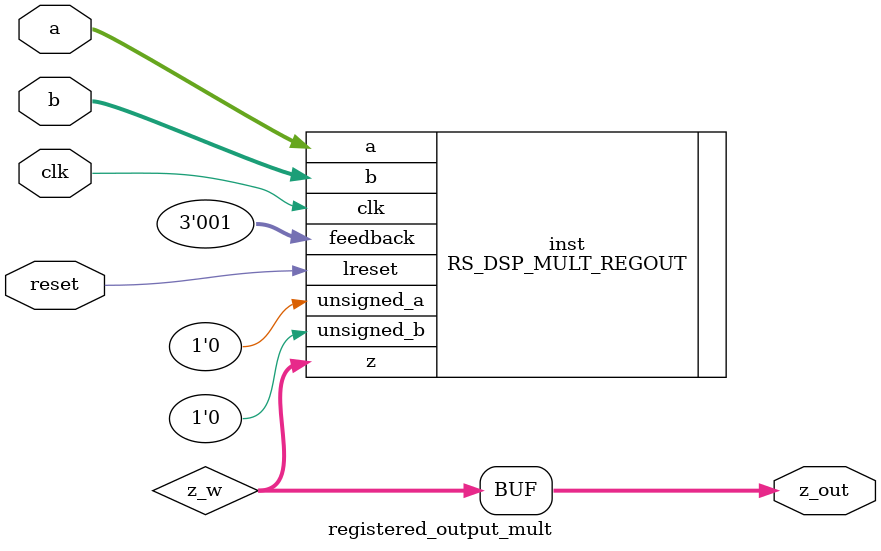
<source format=v>
module registered_output_mult (
    input wire clk, reset,
	input  wire [19:0] a,
    input  wire [17:0] b,
    output wire [37:0] z_out
    );

    parameter [79:0] MODE_BITS = 80'd0;
    
    wire [37:0] z_w;

	RS_DSP_MULT_REGOUT #(
    .MODE_BITS(80'h00000000000000000000)) 
        inst(.a(a), .b(b), .z(z_w),. clk(clk), .lreset(reset) ,. feedback(3'd1), .unsigned_a(1'b0), .unsigned_b(1'b0));
	
    assign z_out = z_w;

endmodule

</source>
